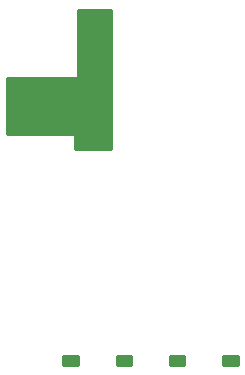
<source format=gbr>
G04 #@! TF.GenerationSoftware,KiCad,Pcbnew,5.1.5+dfsg1-2build2*
G04 #@! TF.CreationDate,2022-01-15T14:27:05-08:00*
G04 #@! TF.ProjectId,pcb_v1,7063625f-7631-42e6-9b69-6361645f7063,rev?*
G04 #@! TF.SameCoordinates,Original*
G04 #@! TF.FileFunction,Other,ECO2*
%FSLAX46Y46*%
G04 Gerber Fmt 4.6, Leading zero omitted, Abs format (unit mm)*
G04 Created by KiCad (PCBNEW 5.1.5+dfsg1-2build2) date 2022-01-15 14:27:05*
%MOMM*%
%LPD*%
G04 APERTURE LIST*
%ADD10C,0.254000*%
G04 APERTURE END LIST*
D10*
G36*
X166623000Y-121873000D02*
G01*
X165377000Y-121873000D01*
X165377000Y-121127000D01*
X166623000Y-121127000D01*
X166623000Y-121873000D01*
G37*
X166623000Y-121873000D02*
X165377000Y-121873000D01*
X165377000Y-121127000D01*
X166623000Y-121127000D01*
X166623000Y-121873000D01*
G36*
X171123000Y-121873000D02*
G01*
X169877000Y-121873000D01*
X169877000Y-121127000D01*
X171123000Y-121127000D01*
X171123000Y-121873000D01*
G37*
X171123000Y-121873000D02*
X169877000Y-121873000D01*
X169877000Y-121127000D01*
X171123000Y-121127000D01*
X171123000Y-121873000D01*
G36*
X175623000Y-121873000D02*
G01*
X174377000Y-121873000D01*
X174377000Y-121127000D01*
X175623000Y-121127000D01*
X175623000Y-121873000D01*
G37*
X175623000Y-121873000D02*
X174377000Y-121873000D01*
X174377000Y-121127000D01*
X175623000Y-121127000D01*
X175623000Y-121873000D01*
G36*
X180123000Y-121873000D02*
G01*
X178877000Y-121873000D01*
X178877000Y-121127000D01*
X180123000Y-121127000D01*
X180123000Y-121873000D01*
G37*
X180123000Y-121873000D02*
X178877000Y-121873000D01*
X178877000Y-121127000D01*
X180123000Y-121127000D01*
X180123000Y-121873000D01*
G36*
X169373000Y-103623000D02*
G01*
X166377000Y-103623000D01*
X166377000Y-102500000D01*
X166374560Y-102475224D01*
X166367333Y-102451399D01*
X166355597Y-102429443D01*
X166339803Y-102410197D01*
X166320557Y-102394403D01*
X166298601Y-102382667D01*
X166274776Y-102375440D01*
X166250000Y-102373000D01*
X160627000Y-102373000D01*
X160627000Y-97627000D01*
X166500000Y-97627000D01*
X166524776Y-97624560D01*
X166548601Y-97617333D01*
X166570557Y-97605597D01*
X166589803Y-97589803D01*
X166605597Y-97570557D01*
X166617333Y-97548601D01*
X166624560Y-97524776D01*
X166627000Y-97500000D01*
X166627000Y-91877000D01*
X169373000Y-91877000D01*
X169373000Y-103623000D01*
G37*
X169373000Y-103623000D02*
X166377000Y-103623000D01*
X166377000Y-102500000D01*
X166374560Y-102475224D01*
X166367333Y-102451399D01*
X166355597Y-102429443D01*
X166339803Y-102410197D01*
X166320557Y-102394403D01*
X166298601Y-102382667D01*
X166274776Y-102375440D01*
X166250000Y-102373000D01*
X160627000Y-102373000D01*
X160627000Y-97627000D01*
X166500000Y-97627000D01*
X166524776Y-97624560D01*
X166548601Y-97617333D01*
X166570557Y-97605597D01*
X166589803Y-97589803D01*
X166605597Y-97570557D01*
X166617333Y-97548601D01*
X166624560Y-97524776D01*
X166627000Y-97500000D01*
X166627000Y-91877000D01*
X169373000Y-91877000D01*
X169373000Y-103623000D01*
M02*

</source>
